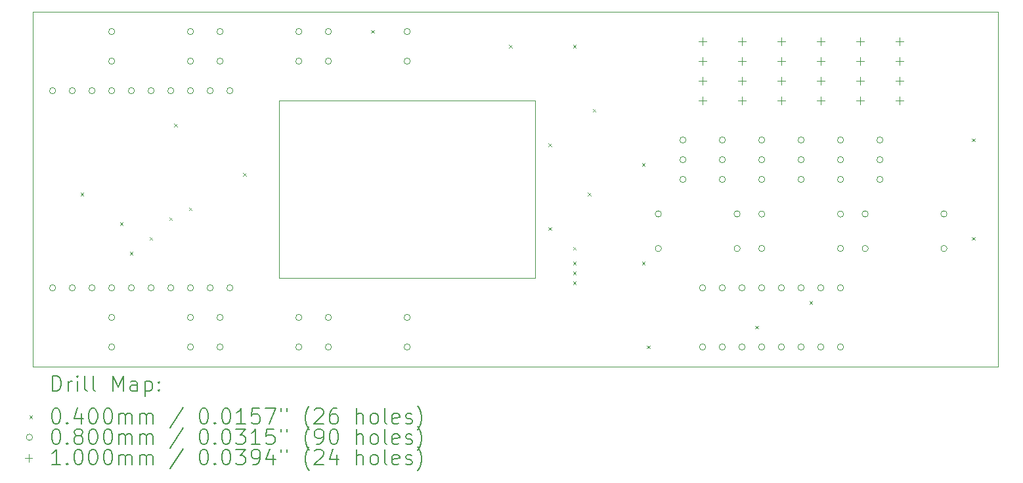
<source format=gbr>
%FSLAX45Y45*%
G04 Gerber Fmt 4.5, Leading zero omitted, Abs format (unit mm)*
G04 Created by KiCad (PCBNEW (6.0.0-0)) date 2023-09-24 20:44:43*
%MOMM*%
%LPD*%
G01*
G04 APERTURE LIST*
%TA.AperFunction,Profile*%
%ADD10C,0.100000*%
%TD*%
%ADD11C,0.200000*%
%ADD12C,0.040000*%
%ADD13C,0.080000*%
%ADD14C,0.100000*%
G04 APERTURE END LIST*
D10*
X8255000Y-2921000D02*
X4953000Y-2921000D01*
X4953000Y-2921000D02*
X4953000Y-5207000D01*
X4953000Y-5207000D02*
X8255000Y-5207000D01*
X8255000Y-5207000D02*
X8255000Y-2921000D01*
X1778000Y-1778000D02*
X14224000Y-1778000D01*
X14224000Y-1778000D02*
X14224000Y-6350000D01*
X14224000Y-6350000D02*
X1778000Y-6350000D01*
X1778000Y-6350000D02*
X1778000Y-1778000D01*
D11*
D12*
X2393000Y-4107500D02*
X2433000Y-4147500D01*
X2433000Y-4107500D02*
X2393000Y-4147500D01*
X2901000Y-4488500D02*
X2941000Y-4528500D01*
X2941000Y-4488500D02*
X2901000Y-4528500D01*
X3028000Y-4869500D02*
X3068000Y-4909500D01*
X3068000Y-4869500D02*
X3028000Y-4909500D01*
X3282000Y-4679000D02*
X3322000Y-4719000D01*
X3322000Y-4679000D02*
X3282000Y-4719000D01*
X3536000Y-4425000D02*
X3576000Y-4465000D01*
X3576000Y-4425000D02*
X3536000Y-4465000D01*
X3599500Y-3218500D02*
X3639500Y-3258500D01*
X3639500Y-3218500D02*
X3599500Y-3258500D01*
X3790000Y-4298000D02*
X3830000Y-4338000D01*
X3830000Y-4298000D02*
X3790000Y-4338000D01*
X4488500Y-3853500D02*
X4528500Y-3893500D01*
X4528500Y-3853500D02*
X4488500Y-3893500D01*
X6139500Y-2012000D02*
X6179500Y-2052000D01*
X6179500Y-2012000D02*
X6139500Y-2052000D01*
X7917500Y-2202500D02*
X7957500Y-2242500D01*
X7957500Y-2202500D02*
X7917500Y-2242500D01*
X8425500Y-3472500D02*
X8465500Y-3512500D01*
X8465500Y-3472500D02*
X8425500Y-3512500D01*
X8425500Y-4552000D02*
X8465500Y-4592000D01*
X8465500Y-4552000D02*
X8425500Y-4592000D01*
X8743000Y-2202500D02*
X8783000Y-2242500D01*
X8783000Y-2202500D02*
X8743000Y-2242500D01*
X8743000Y-4806000D02*
X8783000Y-4846000D01*
X8783000Y-4806000D02*
X8743000Y-4846000D01*
X8743000Y-4996500D02*
X8783000Y-5036500D01*
X8783000Y-4996500D02*
X8743000Y-5036500D01*
X8743000Y-5123500D02*
X8783000Y-5163500D01*
X8783000Y-5123500D02*
X8743000Y-5163500D01*
X8743000Y-5250500D02*
X8783000Y-5290500D01*
X8783000Y-5250500D02*
X8743000Y-5290500D01*
X8933500Y-4107500D02*
X8973500Y-4147500D01*
X8973500Y-4107500D02*
X8933500Y-4147500D01*
X8997000Y-3028000D02*
X9037000Y-3068000D01*
X9037000Y-3028000D02*
X8997000Y-3068000D01*
X9632000Y-3726500D02*
X9672000Y-3766500D01*
X9672000Y-3726500D02*
X9632000Y-3766500D01*
X9632000Y-4996500D02*
X9672000Y-5036500D01*
X9672000Y-4996500D02*
X9632000Y-5036500D01*
X9695500Y-6076000D02*
X9735500Y-6116000D01*
X9735500Y-6076000D02*
X9695500Y-6116000D01*
X11092500Y-5822000D02*
X11132500Y-5862000D01*
X11132500Y-5822000D02*
X11092500Y-5862000D01*
X11791000Y-5504500D02*
X11831000Y-5544500D01*
X11831000Y-5504500D02*
X11791000Y-5544500D01*
X13886500Y-3409000D02*
X13926500Y-3449000D01*
X13926500Y-3409000D02*
X13886500Y-3449000D01*
X13886500Y-4679000D02*
X13926500Y-4719000D01*
X13926500Y-4679000D02*
X13886500Y-4719000D01*
D13*
X2072000Y-2794000D02*
G75*
G03*
X2072000Y-2794000I-40000J0D01*
G01*
X2072000Y-5334000D02*
G75*
G03*
X2072000Y-5334000I-40000J0D01*
G01*
X2326000Y-2794000D02*
G75*
G03*
X2326000Y-2794000I-40000J0D01*
G01*
X2326000Y-5334000D02*
G75*
G03*
X2326000Y-5334000I-40000J0D01*
G01*
X2580000Y-2794000D02*
G75*
G03*
X2580000Y-2794000I-40000J0D01*
G01*
X2580000Y-5334000D02*
G75*
G03*
X2580000Y-5334000I-40000J0D01*
G01*
X2834000Y-2032000D02*
G75*
G03*
X2834000Y-2032000I-40000J0D01*
G01*
X2834000Y-2413000D02*
G75*
G03*
X2834000Y-2413000I-40000J0D01*
G01*
X2834000Y-2794000D02*
G75*
G03*
X2834000Y-2794000I-40000J0D01*
G01*
X2834000Y-5334000D02*
G75*
G03*
X2834000Y-5334000I-40000J0D01*
G01*
X2834000Y-5715000D02*
G75*
G03*
X2834000Y-5715000I-40000J0D01*
G01*
X2834000Y-6096000D02*
G75*
G03*
X2834000Y-6096000I-40000J0D01*
G01*
X3088000Y-2794000D02*
G75*
G03*
X3088000Y-2794000I-40000J0D01*
G01*
X3088000Y-5334000D02*
G75*
G03*
X3088000Y-5334000I-40000J0D01*
G01*
X3342000Y-2794000D02*
G75*
G03*
X3342000Y-2794000I-40000J0D01*
G01*
X3342000Y-5334000D02*
G75*
G03*
X3342000Y-5334000I-40000J0D01*
G01*
X3596000Y-2794000D02*
G75*
G03*
X3596000Y-2794000I-40000J0D01*
G01*
X3596000Y-5334000D02*
G75*
G03*
X3596000Y-5334000I-40000J0D01*
G01*
X3850000Y-2032000D02*
G75*
G03*
X3850000Y-2032000I-40000J0D01*
G01*
X3850000Y-2413000D02*
G75*
G03*
X3850000Y-2413000I-40000J0D01*
G01*
X3850000Y-2794000D02*
G75*
G03*
X3850000Y-2794000I-40000J0D01*
G01*
X3850000Y-5334000D02*
G75*
G03*
X3850000Y-5334000I-40000J0D01*
G01*
X3850000Y-5715000D02*
G75*
G03*
X3850000Y-5715000I-40000J0D01*
G01*
X3850000Y-6096000D02*
G75*
G03*
X3850000Y-6096000I-40000J0D01*
G01*
X4104000Y-2794000D02*
G75*
G03*
X4104000Y-2794000I-40000J0D01*
G01*
X4104000Y-5334000D02*
G75*
G03*
X4104000Y-5334000I-40000J0D01*
G01*
X4231000Y-2032000D02*
G75*
G03*
X4231000Y-2032000I-40000J0D01*
G01*
X4231000Y-2413000D02*
G75*
G03*
X4231000Y-2413000I-40000J0D01*
G01*
X4231000Y-5715000D02*
G75*
G03*
X4231000Y-5715000I-40000J0D01*
G01*
X4231000Y-6096000D02*
G75*
G03*
X4231000Y-6096000I-40000J0D01*
G01*
X4358000Y-2794000D02*
G75*
G03*
X4358000Y-2794000I-40000J0D01*
G01*
X4358000Y-5334000D02*
G75*
G03*
X4358000Y-5334000I-40000J0D01*
G01*
X5247000Y-2032000D02*
G75*
G03*
X5247000Y-2032000I-40000J0D01*
G01*
X5247000Y-2413000D02*
G75*
G03*
X5247000Y-2413000I-40000J0D01*
G01*
X5247000Y-5715000D02*
G75*
G03*
X5247000Y-5715000I-40000J0D01*
G01*
X5247000Y-6096000D02*
G75*
G03*
X5247000Y-6096000I-40000J0D01*
G01*
X5628000Y-2032000D02*
G75*
G03*
X5628000Y-2032000I-40000J0D01*
G01*
X5628000Y-2413000D02*
G75*
G03*
X5628000Y-2413000I-40000J0D01*
G01*
X5628000Y-5715000D02*
G75*
G03*
X5628000Y-5715000I-40000J0D01*
G01*
X5628000Y-6096000D02*
G75*
G03*
X5628000Y-6096000I-40000J0D01*
G01*
X6644000Y-2032000D02*
G75*
G03*
X6644000Y-2032000I-40000J0D01*
G01*
X6644000Y-2413000D02*
G75*
G03*
X6644000Y-2413000I-40000J0D01*
G01*
X6644000Y-5715000D02*
G75*
G03*
X6644000Y-5715000I-40000J0D01*
G01*
X6644000Y-6096000D02*
G75*
G03*
X6644000Y-6096000I-40000J0D01*
G01*
X9882500Y-4381500D02*
G75*
G03*
X9882500Y-4381500I-40000J0D01*
G01*
X9882500Y-4826000D02*
G75*
G03*
X9882500Y-4826000I-40000J0D01*
G01*
X10200000Y-3429000D02*
G75*
G03*
X10200000Y-3429000I-40000J0D01*
G01*
X10200000Y-3683000D02*
G75*
G03*
X10200000Y-3683000I-40000J0D01*
G01*
X10200000Y-3937000D02*
G75*
G03*
X10200000Y-3937000I-40000J0D01*
G01*
X10453000Y-5333000D02*
G75*
G03*
X10453000Y-5333000I-40000J0D01*
G01*
X10453000Y-6095000D02*
G75*
G03*
X10453000Y-6095000I-40000J0D01*
G01*
X10707000Y-5333000D02*
G75*
G03*
X10707000Y-5333000I-40000J0D01*
G01*
X10707000Y-6095000D02*
G75*
G03*
X10707000Y-6095000I-40000J0D01*
G01*
X10708000Y-3429000D02*
G75*
G03*
X10708000Y-3429000I-40000J0D01*
G01*
X10708000Y-3683000D02*
G75*
G03*
X10708000Y-3683000I-40000J0D01*
G01*
X10708000Y-3937000D02*
G75*
G03*
X10708000Y-3937000I-40000J0D01*
G01*
X10898500Y-4381500D02*
G75*
G03*
X10898500Y-4381500I-40000J0D01*
G01*
X10898500Y-4826000D02*
G75*
G03*
X10898500Y-4826000I-40000J0D01*
G01*
X10961000Y-5333000D02*
G75*
G03*
X10961000Y-5333000I-40000J0D01*
G01*
X10961000Y-6095000D02*
G75*
G03*
X10961000Y-6095000I-40000J0D01*
G01*
X11215000Y-5333000D02*
G75*
G03*
X11215000Y-5333000I-40000J0D01*
G01*
X11215000Y-6095000D02*
G75*
G03*
X11215000Y-6095000I-40000J0D01*
G01*
X11216000Y-3429000D02*
G75*
G03*
X11216000Y-3429000I-40000J0D01*
G01*
X11216000Y-3683000D02*
G75*
G03*
X11216000Y-3683000I-40000J0D01*
G01*
X11216000Y-3937000D02*
G75*
G03*
X11216000Y-3937000I-40000J0D01*
G01*
X11216000Y-4381500D02*
G75*
G03*
X11216000Y-4381500I-40000J0D01*
G01*
X11216000Y-4826000D02*
G75*
G03*
X11216000Y-4826000I-40000J0D01*
G01*
X11469000Y-5333000D02*
G75*
G03*
X11469000Y-5333000I-40000J0D01*
G01*
X11469000Y-6095000D02*
G75*
G03*
X11469000Y-6095000I-40000J0D01*
G01*
X11723000Y-5333000D02*
G75*
G03*
X11723000Y-5333000I-40000J0D01*
G01*
X11723000Y-6095000D02*
G75*
G03*
X11723000Y-6095000I-40000J0D01*
G01*
X11724000Y-3429000D02*
G75*
G03*
X11724000Y-3429000I-40000J0D01*
G01*
X11724000Y-3683000D02*
G75*
G03*
X11724000Y-3683000I-40000J0D01*
G01*
X11724000Y-3937000D02*
G75*
G03*
X11724000Y-3937000I-40000J0D01*
G01*
X11977000Y-5333000D02*
G75*
G03*
X11977000Y-5333000I-40000J0D01*
G01*
X11977000Y-6095000D02*
G75*
G03*
X11977000Y-6095000I-40000J0D01*
G01*
X12231000Y-5333000D02*
G75*
G03*
X12231000Y-5333000I-40000J0D01*
G01*
X12231000Y-6095000D02*
G75*
G03*
X12231000Y-6095000I-40000J0D01*
G01*
X12232000Y-3429000D02*
G75*
G03*
X12232000Y-3429000I-40000J0D01*
G01*
X12232000Y-3683000D02*
G75*
G03*
X12232000Y-3683000I-40000J0D01*
G01*
X12232000Y-3937000D02*
G75*
G03*
X12232000Y-3937000I-40000J0D01*
G01*
X12232000Y-4381500D02*
G75*
G03*
X12232000Y-4381500I-40000J0D01*
G01*
X12232000Y-4826000D02*
G75*
G03*
X12232000Y-4826000I-40000J0D01*
G01*
X12549500Y-4381500D02*
G75*
G03*
X12549500Y-4381500I-40000J0D01*
G01*
X12549500Y-4826000D02*
G75*
G03*
X12549500Y-4826000I-40000J0D01*
G01*
X12740000Y-3429000D02*
G75*
G03*
X12740000Y-3429000I-40000J0D01*
G01*
X12740000Y-3683000D02*
G75*
G03*
X12740000Y-3683000I-40000J0D01*
G01*
X12740000Y-3937000D02*
G75*
G03*
X12740000Y-3937000I-40000J0D01*
G01*
X13565500Y-4381500D02*
G75*
G03*
X13565500Y-4381500I-40000J0D01*
G01*
X13565500Y-4826000D02*
G75*
G03*
X13565500Y-4826000I-40000J0D01*
G01*
D14*
X10414000Y-2110000D02*
X10414000Y-2210000D01*
X10364000Y-2160000D02*
X10464000Y-2160000D01*
X10414000Y-2364000D02*
X10414000Y-2464000D01*
X10364000Y-2414000D02*
X10464000Y-2414000D01*
X10414000Y-2618000D02*
X10414000Y-2718000D01*
X10364000Y-2668000D02*
X10464000Y-2668000D01*
X10414000Y-2872000D02*
X10414000Y-2972000D01*
X10364000Y-2922000D02*
X10464000Y-2922000D01*
X10922000Y-2110000D02*
X10922000Y-2210000D01*
X10872000Y-2160000D02*
X10972000Y-2160000D01*
X10922000Y-2364000D02*
X10922000Y-2464000D01*
X10872000Y-2414000D02*
X10972000Y-2414000D01*
X10922000Y-2618000D02*
X10922000Y-2718000D01*
X10872000Y-2668000D02*
X10972000Y-2668000D01*
X10922000Y-2872000D02*
X10922000Y-2972000D01*
X10872000Y-2922000D02*
X10972000Y-2922000D01*
X11430000Y-2110000D02*
X11430000Y-2210000D01*
X11380000Y-2160000D02*
X11480000Y-2160000D01*
X11430000Y-2364000D02*
X11430000Y-2464000D01*
X11380000Y-2414000D02*
X11480000Y-2414000D01*
X11430000Y-2618000D02*
X11430000Y-2718000D01*
X11380000Y-2668000D02*
X11480000Y-2668000D01*
X11430000Y-2872000D02*
X11430000Y-2972000D01*
X11380000Y-2922000D02*
X11480000Y-2922000D01*
X11938000Y-2110000D02*
X11938000Y-2210000D01*
X11888000Y-2160000D02*
X11988000Y-2160000D01*
X11938000Y-2364000D02*
X11938000Y-2464000D01*
X11888000Y-2414000D02*
X11988000Y-2414000D01*
X11938000Y-2618000D02*
X11938000Y-2718000D01*
X11888000Y-2668000D02*
X11988000Y-2668000D01*
X11938000Y-2872000D02*
X11938000Y-2972000D01*
X11888000Y-2922000D02*
X11988000Y-2922000D01*
X12446000Y-2110000D02*
X12446000Y-2210000D01*
X12396000Y-2160000D02*
X12496000Y-2160000D01*
X12446000Y-2364000D02*
X12446000Y-2464000D01*
X12396000Y-2414000D02*
X12496000Y-2414000D01*
X12446000Y-2618000D02*
X12446000Y-2718000D01*
X12396000Y-2668000D02*
X12496000Y-2668000D01*
X12446000Y-2872000D02*
X12446000Y-2972000D01*
X12396000Y-2922000D02*
X12496000Y-2922000D01*
X12954000Y-2110000D02*
X12954000Y-2210000D01*
X12904000Y-2160000D02*
X13004000Y-2160000D01*
X12954000Y-2364000D02*
X12954000Y-2464000D01*
X12904000Y-2414000D02*
X13004000Y-2414000D01*
X12954000Y-2618000D02*
X12954000Y-2718000D01*
X12904000Y-2668000D02*
X13004000Y-2668000D01*
X12954000Y-2872000D02*
X12954000Y-2972000D01*
X12904000Y-2922000D02*
X13004000Y-2922000D01*
D11*
X2030619Y-6665476D02*
X2030619Y-6465476D01*
X2078238Y-6465476D01*
X2106810Y-6475000D01*
X2125857Y-6494048D01*
X2135381Y-6513095D01*
X2144905Y-6551190D01*
X2144905Y-6579762D01*
X2135381Y-6617857D01*
X2125857Y-6636905D01*
X2106810Y-6655952D01*
X2078238Y-6665476D01*
X2030619Y-6665476D01*
X2230619Y-6665476D02*
X2230619Y-6532143D01*
X2230619Y-6570238D02*
X2240143Y-6551190D01*
X2249667Y-6541667D01*
X2268714Y-6532143D01*
X2287762Y-6532143D01*
X2354429Y-6665476D02*
X2354429Y-6532143D01*
X2354429Y-6465476D02*
X2344905Y-6475000D01*
X2354429Y-6484524D01*
X2363952Y-6475000D01*
X2354429Y-6465476D01*
X2354429Y-6484524D01*
X2478238Y-6665476D02*
X2459190Y-6655952D01*
X2449667Y-6636905D01*
X2449667Y-6465476D01*
X2583000Y-6665476D02*
X2563952Y-6655952D01*
X2554429Y-6636905D01*
X2554429Y-6465476D01*
X2811571Y-6665476D02*
X2811571Y-6465476D01*
X2878238Y-6608333D01*
X2944905Y-6465476D01*
X2944905Y-6665476D01*
X3125857Y-6665476D02*
X3125857Y-6560714D01*
X3116333Y-6541667D01*
X3097286Y-6532143D01*
X3059190Y-6532143D01*
X3040143Y-6541667D01*
X3125857Y-6655952D02*
X3106809Y-6665476D01*
X3059190Y-6665476D01*
X3040143Y-6655952D01*
X3030619Y-6636905D01*
X3030619Y-6617857D01*
X3040143Y-6598809D01*
X3059190Y-6589286D01*
X3106809Y-6589286D01*
X3125857Y-6579762D01*
X3221095Y-6532143D02*
X3221095Y-6732143D01*
X3221095Y-6541667D02*
X3240143Y-6532143D01*
X3278238Y-6532143D01*
X3297286Y-6541667D01*
X3306809Y-6551190D01*
X3316333Y-6570238D01*
X3316333Y-6627381D01*
X3306809Y-6646428D01*
X3297286Y-6655952D01*
X3278238Y-6665476D01*
X3240143Y-6665476D01*
X3221095Y-6655952D01*
X3402048Y-6646428D02*
X3411571Y-6655952D01*
X3402048Y-6665476D01*
X3392524Y-6655952D01*
X3402048Y-6646428D01*
X3402048Y-6665476D01*
X3402048Y-6541667D02*
X3411571Y-6551190D01*
X3402048Y-6560714D01*
X3392524Y-6551190D01*
X3402048Y-6541667D01*
X3402048Y-6560714D01*
D12*
X1733000Y-6975000D02*
X1773000Y-7015000D01*
X1773000Y-6975000D02*
X1733000Y-7015000D01*
D11*
X2068714Y-6885476D02*
X2087762Y-6885476D01*
X2106810Y-6895000D01*
X2116333Y-6904524D01*
X2125857Y-6923571D01*
X2135381Y-6961667D01*
X2135381Y-7009286D01*
X2125857Y-7047381D01*
X2116333Y-7066428D01*
X2106810Y-7075952D01*
X2087762Y-7085476D01*
X2068714Y-7085476D01*
X2049667Y-7075952D01*
X2040143Y-7066428D01*
X2030619Y-7047381D01*
X2021095Y-7009286D01*
X2021095Y-6961667D01*
X2030619Y-6923571D01*
X2040143Y-6904524D01*
X2049667Y-6895000D01*
X2068714Y-6885476D01*
X2221095Y-7066428D02*
X2230619Y-7075952D01*
X2221095Y-7085476D01*
X2211571Y-7075952D01*
X2221095Y-7066428D01*
X2221095Y-7085476D01*
X2402048Y-6952143D02*
X2402048Y-7085476D01*
X2354429Y-6875952D02*
X2306810Y-7018809D01*
X2430619Y-7018809D01*
X2544905Y-6885476D02*
X2563952Y-6885476D01*
X2583000Y-6895000D01*
X2592524Y-6904524D01*
X2602048Y-6923571D01*
X2611571Y-6961667D01*
X2611571Y-7009286D01*
X2602048Y-7047381D01*
X2592524Y-7066428D01*
X2583000Y-7075952D01*
X2563952Y-7085476D01*
X2544905Y-7085476D01*
X2525857Y-7075952D01*
X2516333Y-7066428D01*
X2506810Y-7047381D01*
X2497286Y-7009286D01*
X2497286Y-6961667D01*
X2506810Y-6923571D01*
X2516333Y-6904524D01*
X2525857Y-6895000D01*
X2544905Y-6885476D01*
X2735381Y-6885476D02*
X2754429Y-6885476D01*
X2773476Y-6895000D01*
X2783000Y-6904524D01*
X2792524Y-6923571D01*
X2802048Y-6961667D01*
X2802048Y-7009286D01*
X2792524Y-7047381D01*
X2783000Y-7066428D01*
X2773476Y-7075952D01*
X2754429Y-7085476D01*
X2735381Y-7085476D01*
X2716333Y-7075952D01*
X2706810Y-7066428D01*
X2697286Y-7047381D01*
X2687762Y-7009286D01*
X2687762Y-6961667D01*
X2697286Y-6923571D01*
X2706810Y-6904524D01*
X2716333Y-6895000D01*
X2735381Y-6885476D01*
X2887762Y-7085476D02*
X2887762Y-6952143D01*
X2887762Y-6971190D02*
X2897286Y-6961667D01*
X2916333Y-6952143D01*
X2944905Y-6952143D01*
X2963952Y-6961667D01*
X2973476Y-6980714D01*
X2973476Y-7085476D01*
X2973476Y-6980714D02*
X2983000Y-6961667D01*
X3002048Y-6952143D01*
X3030619Y-6952143D01*
X3049667Y-6961667D01*
X3059190Y-6980714D01*
X3059190Y-7085476D01*
X3154428Y-7085476D02*
X3154428Y-6952143D01*
X3154428Y-6971190D02*
X3163952Y-6961667D01*
X3183000Y-6952143D01*
X3211571Y-6952143D01*
X3230619Y-6961667D01*
X3240143Y-6980714D01*
X3240143Y-7085476D01*
X3240143Y-6980714D02*
X3249667Y-6961667D01*
X3268714Y-6952143D01*
X3297286Y-6952143D01*
X3316333Y-6961667D01*
X3325857Y-6980714D01*
X3325857Y-7085476D01*
X3716333Y-6875952D02*
X3544905Y-7133095D01*
X3973476Y-6885476D02*
X3992524Y-6885476D01*
X4011571Y-6895000D01*
X4021095Y-6904524D01*
X4030619Y-6923571D01*
X4040143Y-6961667D01*
X4040143Y-7009286D01*
X4030619Y-7047381D01*
X4021095Y-7066428D01*
X4011571Y-7075952D01*
X3992524Y-7085476D01*
X3973476Y-7085476D01*
X3954428Y-7075952D01*
X3944905Y-7066428D01*
X3935381Y-7047381D01*
X3925857Y-7009286D01*
X3925857Y-6961667D01*
X3935381Y-6923571D01*
X3944905Y-6904524D01*
X3954428Y-6895000D01*
X3973476Y-6885476D01*
X4125857Y-7066428D02*
X4135381Y-7075952D01*
X4125857Y-7085476D01*
X4116333Y-7075952D01*
X4125857Y-7066428D01*
X4125857Y-7085476D01*
X4259190Y-6885476D02*
X4278238Y-6885476D01*
X4297286Y-6895000D01*
X4306810Y-6904524D01*
X4316333Y-6923571D01*
X4325857Y-6961667D01*
X4325857Y-7009286D01*
X4316333Y-7047381D01*
X4306810Y-7066428D01*
X4297286Y-7075952D01*
X4278238Y-7085476D01*
X4259190Y-7085476D01*
X4240143Y-7075952D01*
X4230619Y-7066428D01*
X4221095Y-7047381D01*
X4211571Y-7009286D01*
X4211571Y-6961667D01*
X4221095Y-6923571D01*
X4230619Y-6904524D01*
X4240143Y-6895000D01*
X4259190Y-6885476D01*
X4516333Y-7085476D02*
X4402048Y-7085476D01*
X4459190Y-7085476D02*
X4459190Y-6885476D01*
X4440143Y-6914048D01*
X4421095Y-6933095D01*
X4402048Y-6942619D01*
X4697286Y-6885476D02*
X4602048Y-6885476D01*
X4592524Y-6980714D01*
X4602048Y-6971190D01*
X4621095Y-6961667D01*
X4668714Y-6961667D01*
X4687762Y-6971190D01*
X4697286Y-6980714D01*
X4706810Y-6999762D01*
X4706810Y-7047381D01*
X4697286Y-7066428D01*
X4687762Y-7075952D01*
X4668714Y-7085476D01*
X4621095Y-7085476D01*
X4602048Y-7075952D01*
X4592524Y-7066428D01*
X4773476Y-6885476D02*
X4906810Y-6885476D01*
X4821095Y-7085476D01*
X4973476Y-6885476D02*
X4973476Y-6923571D01*
X5049667Y-6885476D02*
X5049667Y-6923571D01*
X5344905Y-7161667D02*
X5335381Y-7152143D01*
X5316333Y-7123571D01*
X5306810Y-7104524D01*
X5297286Y-7075952D01*
X5287762Y-7028333D01*
X5287762Y-6990238D01*
X5297286Y-6942619D01*
X5306810Y-6914048D01*
X5316333Y-6895000D01*
X5335381Y-6866428D01*
X5344905Y-6856905D01*
X5411571Y-6904524D02*
X5421095Y-6895000D01*
X5440143Y-6885476D01*
X5487762Y-6885476D01*
X5506810Y-6895000D01*
X5516333Y-6904524D01*
X5525857Y-6923571D01*
X5525857Y-6942619D01*
X5516333Y-6971190D01*
X5402048Y-7085476D01*
X5525857Y-7085476D01*
X5697286Y-6885476D02*
X5659190Y-6885476D01*
X5640143Y-6895000D01*
X5630619Y-6904524D01*
X5611571Y-6933095D01*
X5602048Y-6971190D01*
X5602048Y-7047381D01*
X5611571Y-7066428D01*
X5621095Y-7075952D01*
X5640143Y-7085476D01*
X5678238Y-7085476D01*
X5697286Y-7075952D01*
X5706809Y-7066428D01*
X5716333Y-7047381D01*
X5716333Y-6999762D01*
X5706809Y-6980714D01*
X5697286Y-6971190D01*
X5678238Y-6961667D01*
X5640143Y-6961667D01*
X5621095Y-6971190D01*
X5611571Y-6980714D01*
X5602048Y-6999762D01*
X5954428Y-7085476D02*
X5954428Y-6885476D01*
X6040143Y-7085476D02*
X6040143Y-6980714D01*
X6030619Y-6961667D01*
X6011571Y-6952143D01*
X5983000Y-6952143D01*
X5963952Y-6961667D01*
X5954428Y-6971190D01*
X6163952Y-7085476D02*
X6144905Y-7075952D01*
X6135381Y-7066428D01*
X6125857Y-7047381D01*
X6125857Y-6990238D01*
X6135381Y-6971190D01*
X6144905Y-6961667D01*
X6163952Y-6952143D01*
X6192524Y-6952143D01*
X6211571Y-6961667D01*
X6221095Y-6971190D01*
X6230619Y-6990238D01*
X6230619Y-7047381D01*
X6221095Y-7066428D01*
X6211571Y-7075952D01*
X6192524Y-7085476D01*
X6163952Y-7085476D01*
X6344905Y-7085476D02*
X6325857Y-7075952D01*
X6316333Y-7056905D01*
X6316333Y-6885476D01*
X6497286Y-7075952D02*
X6478238Y-7085476D01*
X6440143Y-7085476D01*
X6421095Y-7075952D01*
X6411571Y-7056905D01*
X6411571Y-6980714D01*
X6421095Y-6961667D01*
X6440143Y-6952143D01*
X6478238Y-6952143D01*
X6497286Y-6961667D01*
X6506809Y-6980714D01*
X6506809Y-6999762D01*
X6411571Y-7018809D01*
X6583000Y-7075952D02*
X6602048Y-7085476D01*
X6640143Y-7085476D01*
X6659190Y-7075952D01*
X6668714Y-7056905D01*
X6668714Y-7047381D01*
X6659190Y-7028333D01*
X6640143Y-7018809D01*
X6611571Y-7018809D01*
X6592524Y-7009286D01*
X6583000Y-6990238D01*
X6583000Y-6980714D01*
X6592524Y-6961667D01*
X6611571Y-6952143D01*
X6640143Y-6952143D01*
X6659190Y-6961667D01*
X6735381Y-7161667D02*
X6744905Y-7152143D01*
X6763952Y-7123571D01*
X6773476Y-7104524D01*
X6783000Y-7075952D01*
X6792524Y-7028333D01*
X6792524Y-6990238D01*
X6783000Y-6942619D01*
X6773476Y-6914048D01*
X6763952Y-6895000D01*
X6744905Y-6866428D01*
X6735381Y-6856905D01*
D13*
X1773000Y-7259000D02*
G75*
G03*
X1773000Y-7259000I-40000J0D01*
G01*
D11*
X2068714Y-7149476D02*
X2087762Y-7149476D01*
X2106810Y-7159000D01*
X2116333Y-7168524D01*
X2125857Y-7187571D01*
X2135381Y-7225667D01*
X2135381Y-7273286D01*
X2125857Y-7311381D01*
X2116333Y-7330428D01*
X2106810Y-7339952D01*
X2087762Y-7349476D01*
X2068714Y-7349476D01*
X2049667Y-7339952D01*
X2040143Y-7330428D01*
X2030619Y-7311381D01*
X2021095Y-7273286D01*
X2021095Y-7225667D01*
X2030619Y-7187571D01*
X2040143Y-7168524D01*
X2049667Y-7159000D01*
X2068714Y-7149476D01*
X2221095Y-7330428D02*
X2230619Y-7339952D01*
X2221095Y-7349476D01*
X2211571Y-7339952D01*
X2221095Y-7330428D01*
X2221095Y-7349476D01*
X2344905Y-7235190D02*
X2325857Y-7225667D01*
X2316333Y-7216143D01*
X2306810Y-7197095D01*
X2306810Y-7187571D01*
X2316333Y-7168524D01*
X2325857Y-7159000D01*
X2344905Y-7149476D01*
X2383000Y-7149476D01*
X2402048Y-7159000D01*
X2411571Y-7168524D01*
X2421095Y-7187571D01*
X2421095Y-7197095D01*
X2411571Y-7216143D01*
X2402048Y-7225667D01*
X2383000Y-7235190D01*
X2344905Y-7235190D01*
X2325857Y-7244714D01*
X2316333Y-7254238D01*
X2306810Y-7273286D01*
X2306810Y-7311381D01*
X2316333Y-7330428D01*
X2325857Y-7339952D01*
X2344905Y-7349476D01*
X2383000Y-7349476D01*
X2402048Y-7339952D01*
X2411571Y-7330428D01*
X2421095Y-7311381D01*
X2421095Y-7273286D01*
X2411571Y-7254238D01*
X2402048Y-7244714D01*
X2383000Y-7235190D01*
X2544905Y-7149476D02*
X2563952Y-7149476D01*
X2583000Y-7159000D01*
X2592524Y-7168524D01*
X2602048Y-7187571D01*
X2611571Y-7225667D01*
X2611571Y-7273286D01*
X2602048Y-7311381D01*
X2592524Y-7330428D01*
X2583000Y-7339952D01*
X2563952Y-7349476D01*
X2544905Y-7349476D01*
X2525857Y-7339952D01*
X2516333Y-7330428D01*
X2506810Y-7311381D01*
X2497286Y-7273286D01*
X2497286Y-7225667D01*
X2506810Y-7187571D01*
X2516333Y-7168524D01*
X2525857Y-7159000D01*
X2544905Y-7149476D01*
X2735381Y-7149476D02*
X2754429Y-7149476D01*
X2773476Y-7159000D01*
X2783000Y-7168524D01*
X2792524Y-7187571D01*
X2802048Y-7225667D01*
X2802048Y-7273286D01*
X2792524Y-7311381D01*
X2783000Y-7330428D01*
X2773476Y-7339952D01*
X2754429Y-7349476D01*
X2735381Y-7349476D01*
X2716333Y-7339952D01*
X2706810Y-7330428D01*
X2697286Y-7311381D01*
X2687762Y-7273286D01*
X2687762Y-7225667D01*
X2697286Y-7187571D01*
X2706810Y-7168524D01*
X2716333Y-7159000D01*
X2735381Y-7149476D01*
X2887762Y-7349476D02*
X2887762Y-7216143D01*
X2887762Y-7235190D02*
X2897286Y-7225667D01*
X2916333Y-7216143D01*
X2944905Y-7216143D01*
X2963952Y-7225667D01*
X2973476Y-7244714D01*
X2973476Y-7349476D01*
X2973476Y-7244714D02*
X2983000Y-7225667D01*
X3002048Y-7216143D01*
X3030619Y-7216143D01*
X3049667Y-7225667D01*
X3059190Y-7244714D01*
X3059190Y-7349476D01*
X3154428Y-7349476D02*
X3154428Y-7216143D01*
X3154428Y-7235190D02*
X3163952Y-7225667D01*
X3183000Y-7216143D01*
X3211571Y-7216143D01*
X3230619Y-7225667D01*
X3240143Y-7244714D01*
X3240143Y-7349476D01*
X3240143Y-7244714D02*
X3249667Y-7225667D01*
X3268714Y-7216143D01*
X3297286Y-7216143D01*
X3316333Y-7225667D01*
X3325857Y-7244714D01*
X3325857Y-7349476D01*
X3716333Y-7139952D02*
X3544905Y-7397095D01*
X3973476Y-7149476D02*
X3992524Y-7149476D01*
X4011571Y-7159000D01*
X4021095Y-7168524D01*
X4030619Y-7187571D01*
X4040143Y-7225667D01*
X4040143Y-7273286D01*
X4030619Y-7311381D01*
X4021095Y-7330428D01*
X4011571Y-7339952D01*
X3992524Y-7349476D01*
X3973476Y-7349476D01*
X3954428Y-7339952D01*
X3944905Y-7330428D01*
X3935381Y-7311381D01*
X3925857Y-7273286D01*
X3925857Y-7225667D01*
X3935381Y-7187571D01*
X3944905Y-7168524D01*
X3954428Y-7159000D01*
X3973476Y-7149476D01*
X4125857Y-7330428D02*
X4135381Y-7339952D01*
X4125857Y-7349476D01*
X4116333Y-7339952D01*
X4125857Y-7330428D01*
X4125857Y-7349476D01*
X4259190Y-7149476D02*
X4278238Y-7149476D01*
X4297286Y-7159000D01*
X4306810Y-7168524D01*
X4316333Y-7187571D01*
X4325857Y-7225667D01*
X4325857Y-7273286D01*
X4316333Y-7311381D01*
X4306810Y-7330428D01*
X4297286Y-7339952D01*
X4278238Y-7349476D01*
X4259190Y-7349476D01*
X4240143Y-7339952D01*
X4230619Y-7330428D01*
X4221095Y-7311381D01*
X4211571Y-7273286D01*
X4211571Y-7225667D01*
X4221095Y-7187571D01*
X4230619Y-7168524D01*
X4240143Y-7159000D01*
X4259190Y-7149476D01*
X4392524Y-7149476D02*
X4516333Y-7149476D01*
X4449667Y-7225667D01*
X4478238Y-7225667D01*
X4497286Y-7235190D01*
X4506810Y-7244714D01*
X4516333Y-7263762D01*
X4516333Y-7311381D01*
X4506810Y-7330428D01*
X4497286Y-7339952D01*
X4478238Y-7349476D01*
X4421095Y-7349476D01*
X4402048Y-7339952D01*
X4392524Y-7330428D01*
X4706810Y-7349476D02*
X4592524Y-7349476D01*
X4649667Y-7349476D02*
X4649667Y-7149476D01*
X4630619Y-7178048D01*
X4611571Y-7197095D01*
X4592524Y-7206619D01*
X4887762Y-7149476D02*
X4792524Y-7149476D01*
X4783000Y-7244714D01*
X4792524Y-7235190D01*
X4811571Y-7225667D01*
X4859190Y-7225667D01*
X4878238Y-7235190D01*
X4887762Y-7244714D01*
X4897286Y-7263762D01*
X4897286Y-7311381D01*
X4887762Y-7330428D01*
X4878238Y-7339952D01*
X4859190Y-7349476D01*
X4811571Y-7349476D01*
X4792524Y-7339952D01*
X4783000Y-7330428D01*
X4973476Y-7149476D02*
X4973476Y-7187571D01*
X5049667Y-7149476D02*
X5049667Y-7187571D01*
X5344905Y-7425667D02*
X5335381Y-7416143D01*
X5316333Y-7387571D01*
X5306810Y-7368524D01*
X5297286Y-7339952D01*
X5287762Y-7292333D01*
X5287762Y-7254238D01*
X5297286Y-7206619D01*
X5306810Y-7178048D01*
X5316333Y-7159000D01*
X5335381Y-7130428D01*
X5344905Y-7120905D01*
X5430619Y-7349476D02*
X5468714Y-7349476D01*
X5487762Y-7339952D01*
X5497286Y-7330428D01*
X5516333Y-7301857D01*
X5525857Y-7263762D01*
X5525857Y-7187571D01*
X5516333Y-7168524D01*
X5506810Y-7159000D01*
X5487762Y-7149476D01*
X5449667Y-7149476D01*
X5430619Y-7159000D01*
X5421095Y-7168524D01*
X5411571Y-7187571D01*
X5411571Y-7235190D01*
X5421095Y-7254238D01*
X5430619Y-7263762D01*
X5449667Y-7273286D01*
X5487762Y-7273286D01*
X5506810Y-7263762D01*
X5516333Y-7254238D01*
X5525857Y-7235190D01*
X5649667Y-7149476D02*
X5668714Y-7149476D01*
X5687762Y-7159000D01*
X5697286Y-7168524D01*
X5706809Y-7187571D01*
X5716333Y-7225667D01*
X5716333Y-7273286D01*
X5706809Y-7311381D01*
X5697286Y-7330428D01*
X5687762Y-7339952D01*
X5668714Y-7349476D01*
X5649667Y-7349476D01*
X5630619Y-7339952D01*
X5621095Y-7330428D01*
X5611571Y-7311381D01*
X5602048Y-7273286D01*
X5602048Y-7225667D01*
X5611571Y-7187571D01*
X5621095Y-7168524D01*
X5630619Y-7159000D01*
X5649667Y-7149476D01*
X5954428Y-7349476D02*
X5954428Y-7149476D01*
X6040143Y-7349476D02*
X6040143Y-7244714D01*
X6030619Y-7225667D01*
X6011571Y-7216143D01*
X5983000Y-7216143D01*
X5963952Y-7225667D01*
X5954428Y-7235190D01*
X6163952Y-7349476D02*
X6144905Y-7339952D01*
X6135381Y-7330428D01*
X6125857Y-7311381D01*
X6125857Y-7254238D01*
X6135381Y-7235190D01*
X6144905Y-7225667D01*
X6163952Y-7216143D01*
X6192524Y-7216143D01*
X6211571Y-7225667D01*
X6221095Y-7235190D01*
X6230619Y-7254238D01*
X6230619Y-7311381D01*
X6221095Y-7330428D01*
X6211571Y-7339952D01*
X6192524Y-7349476D01*
X6163952Y-7349476D01*
X6344905Y-7349476D02*
X6325857Y-7339952D01*
X6316333Y-7320905D01*
X6316333Y-7149476D01*
X6497286Y-7339952D02*
X6478238Y-7349476D01*
X6440143Y-7349476D01*
X6421095Y-7339952D01*
X6411571Y-7320905D01*
X6411571Y-7244714D01*
X6421095Y-7225667D01*
X6440143Y-7216143D01*
X6478238Y-7216143D01*
X6497286Y-7225667D01*
X6506809Y-7244714D01*
X6506809Y-7263762D01*
X6411571Y-7282809D01*
X6583000Y-7339952D02*
X6602048Y-7349476D01*
X6640143Y-7349476D01*
X6659190Y-7339952D01*
X6668714Y-7320905D01*
X6668714Y-7311381D01*
X6659190Y-7292333D01*
X6640143Y-7282809D01*
X6611571Y-7282809D01*
X6592524Y-7273286D01*
X6583000Y-7254238D01*
X6583000Y-7244714D01*
X6592524Y-7225667D01*
X6611571Y-7216143D01*
X6640143Y-7216143D01*
X6659190Y-7225667D01*
X6735381Y-7425667D02*
X6744905Y-7416143D01*
X6763952Y-7387571D01*
X6773476Y-7368524D01*
X6783000Y-7339952D01*
X6792524Y-7292333D01*
X6792524Y-7254238D01*
X6783000Y-7206619D01*
X6773476Y-7178048D01*
X6763952Y-7159000D01*
X6744905Y-7130428D01*
X6735381Y-7120905D01*
D14*
X1723000Y-7473000D02*
X1723000Y-7573000D01*
X1673000Y-7523000D02*
X1773000Y-7523000D01*
D11*
X2135381Y-7613476D02*
X2021095Y-7613476D01*
X2078238Y-7613476D02*
X2078238Y-7413476D01*
X2059190Y-7442048D01*
X2040143Y-7461095D01*
X2021095Y-7470619D01*
X2221095Y-7594428D02*
X2230619Y-7603952D01*
X2221095Y-7613476D01*
X2211571Y-7603952D01*
X2221095Y-7594428D01*
X2221095Y-7613476D01*
X2354429Y-7413476D02*
X2373476Y-7413476D01*
X2392524Y-7423000D01*
X2402048Y-7432524D01*
X2411571Y-7451571D01*
X2421095Y-7489667D01*
X2421095Y-7537286D01*
X2411571Y-7575381D01*
X2402048Y-7594428D01*
X2392524Y-7603952D01*
X2373476Y-7613476D01*
X2354429Y-7613476D01*
X2335381Y-7603952D01*
X2325857Y-7594428D01*
X2316333Y-7575381D01*
X2306810Y-7537286D01*
X2306810Y-7489667D01*
X2316333Y-7451571D01*
X2325857Y-7432524D01*
X2335381Y-7423000D01*
X2354429Y-7413476D01*
X2544905Y-7413476D02*
X2563952Y-7413476D01*
X2583000Y-7423000D01*
X2592524Y-7432524D01*
X2602048Y-7451571D01*
X2611571Y-7489667D01*
X2611571Y-7537286D01*
X2602048Y-7575381D01*
X2592524Y-7594428D01*
X2583000Y-7603952D01*
X2563952Y-7613476D01*
X2544905Y-7613476D01*
X2525857Y-7603952D01*
X2516333Y-7594428D01*
X2506810Y-7575381D01*
X2497286Y-7537286D01*
X2497286Y-7489667D01*
X2506810Y-7451571D01*
X2516333Y-7432524D01*
X2525857Y-7423000D01*
X2544905Y-7413476D01*
X2735381Y-7413476D02*
X2754429Y-7413476D01*
X2773476Y-7423000D01*
X2783000Y-7432524D01*
X2792524Y-7451571D01*
X2802048Y-7489667D01*
X2802048Y-7537286D01*
X2792524Y-7575381D01*
X2783000Y-7594428D01*
X2773476Y-7603952D01*
X2754429Y-7613476D01*
X2735381Y-7613476D01*
X2716333Y-7603952D01*
X2706810Y-7594428D01*
X2697286Y-7575381D01*
X2687762Y-7537286D01*
X2687762Y-7489667D01*
X2697286Y-7451571D01*
X2706810Y-7432524D01*
X2716333Y-7423000D01*
X2735381Y-7413476D01*
X2887762Y-7613476D02*
X2887762Y-7480143D01*
X2887762Y-7499190D02*
X2897286Y-7489667D01*
X2916333Y-7480143D01*
X2944905Y-7480143D01*
X2963952Y-7489667D01*
X2973476Y-7508714D01*
X2973476Y-7613476D01*
X2973476Y-7508714D02*
X2983000Y-7489667D01*
X3002048Y-7480143D01*
X3030619Y-7480143D01*
X3049667Y-7489667D01*
X3059190Y-7508714D01*
X3059190Y-7613476D01*
X3154428Y-7613476D02*
X3154428Y-7480143D01*
X3154428Y-7499190D02*
X3163952Y-7489667D01*
X3183000Y-7480143D01*
X3211571Y-7480143D01*
X3230619Y-7489667D01*
X3240143Y-7508714D01*
X3240143Y-7613476D01*
X3240143Y-7508714D02*
X3249667Y-7489667D01*
X3268714Y-7480143D01*
X3297286Y-7480143D01*
X3316333Y-7489667D01*
X3325857Y-7508714D01*
X3325857Y-7613476D01*
X3716333Y-7403952D02*
X3544905Y-7661095D01*
X3973476Y-7413476D02*
X3992524Y-7413476D01*
X4011571Y-7423000D01*
X4021095Y-7432524D01*
X4030619Y-7451571D01*
X4040143Y-7489667D01*
X4040143Y-7537286D01*
X4030619Y-7575381D01*
X4021095Y-7594428D01*
X4011571Y-7603952D01*
X3992524Y-7613476D01*
X3973476Y-7613476D01*
X3954428Y-7603952D01*
X3944905Y-7594428D01*
X3935381Y-7575381D01*
X3925857Y-7537286D01*
X3925857Y-7489667D01*
X3935381Y-7451571D01*
X3944905Y-7432524D01*
X3954428Y-7423000D01*
X3973476Y-7413476D01*
X4125857Y-7594428D02*
X4135381Y-7603952D01*
X4125857Y-7613476D01*
X4116333Y-7603952D01*
X4125857Y-7594428D01*
X4125857Y-7613476D01*
X4259190Y-7413476D02*
X4278238Y-7413476D01*
X4297286Y-7423000D01*
X4306810Y-7432524D01*
X4316333Y-7451571D01*
X4325857Y-7489667D01*
X4325857Y-7537286D01*
X4316333Y-7575381D01*
X4306810Y-7594428D01*
X4297286Y-7603952D01*
X4278238Y-7613476D01*
X4259190Y-7613476D01*
X4240143Y-7603952D01*
X4230619Y-7594428D01*
X4221095Y-7575381D01*
X4211571Y-7537286D01*
X4211571Y-7489667D01*
X4221095Y-7451571D01*
X4230619Y-7432524D01*
X4240143Y-7423000D01*
X4259190Y-7413476D01*
X4392524Y-7413476D02*
X4516333Y-7413476D01*
X4449667Y-7489667D01*
X4478238Y-7489667D01*
X4497286Y-7499190D01*
X4506810Y-7508714D01*
X4516333Y-7527762D01*
X4516333Y-7575381D01*
X4506810Y-7594428D01*
X4497286Y-7603952D01*
X4478238Y-7613476D01*
X4421095Y-7613476D01*
X4402048Y-7603952D01*
X4392524Y-7594428D01*
X4611571Y-7613476D02*
X4649667Y-7613476D01*
X4668714Y-7603952D01*
X4678238Y-7594428D01*
X4697286Y-7565857D01*
X4706810Y-7527762D01*
X4706810Y-7451571D01*
X4697286Y-7432524D01*
X4687762Y-7423000D01*
X4668714Y-7413476D01*
X4630619Y-7413476D01*
X4611571Y-7423000D01*
X4602048Y-7432524D01*
X4592524Y-7451571D01*
X4592524Y-7499190D01*
X4602048Y-7518238D01*
X4611571Y-7527762D01*
X4630619Y-7537286D01*
X4668714Y-7537286D01*
X4687762Y-7527762D01*
X4697286Y-7518238D01*
X4706810Y-7499190D01*
X4878238Y-7480143D02*
X4878238Y-7613476D01*
X4830619Y-7403952D02*
X4783000Y-7546809D01*
X4906810Y-7546809D01*
X4973476Y-7413476D02*
X4973476Y-7451571D01*
X5049667Y-7413476D02*
X5049667Y-7451571D01*
X5344905Y-7689667D02*
X5335381Y-7680143D01*
X5316333Y-7651571D01*
X5306810Y-7632524D01*
X5297286Y-7603952D01*
X5287762Y-7556333D01*
X5287762Y-7518238D01*
X5297286Y-7470619D01*
X5306810Y-7442048D01*
X5316333Y-7423000D01*
X5335381Y-7394428D01*
X5344905Y-7384905D01*
X5411571Y-7432524D02*
X5421095Y-7423000D01*
X5440143Y-7413476D01*
X5487762Y-7413476D01*
X5506810Y-7423000D01*
X5516333Y-7432524D01*
X5525857Y-7451571D01*
X5525857Y-7470619D01*
X5516333Y-7499190D01*
X5402048Y-7613476D01*
X5525857Y-7613476D01*
X5697286Y-7480143D02*
X5697286Y-7613476D01*
X5649667Y-7403952D02*
X5602048Y-7546809D01*
X5725857Y-7546809D01*
X5954428Y-7613476D02*
X5954428Y-7413476D01*
X6040143Y-7613476D02*
X6040143Y-7508714D01*
X6030619Y-7489667D01*
X6011571Y-7480143D01*
X5983000Y-7480143D01*
X5963952Y-7489667D01*
X5954428Y-7499190D01*
X6163952Y-7613476D02*
X6144905Y-7603952D01*
X6135381Y-7594428D01*
X6125857Y-7575381D01*
X6125857Y-7518238D01*
X6135381Y-7499190D01*
X6144905Y-7489667D01*
X6163952Y-7480143D01*
X6192524Y-7480143D01*
X6211571Y-7489667D01*
X6221095Y-7499190D01*
X6230619Y-7518238D01*
X6230619Y-7575381D01*
X6221095Y-7594428D01*
X6211571Y-7603952D01*
X6192524Y-7613476D01*
X6163952Y-7613476D01*
X6344905Y-7613476D02*
X6325857Y-7603952D01*
X6316333Y-7584905D01*
X6316333Y-7413476D01*
X6497286Y-7603952D02*
X6478238Y-7613476D01*
X6440143Y-7613476D01*
X6421095Y-7603952D01*
X6411571Y-7584905D01*
X6411571Y-7508714D01*
X6421095Y-7489667D01*
X6440143Y-7480143D01*
X6478238Y-7480143D01*
X6497286Y-7489667D01*
X6506809Y-7508714D01*
X6506809Y-7527762D01*
X6411571Y-7546809D01*
X6583000Y-7603952D02*
X6602048Y-7613476D01*
X6640143Y-7613476D01*
X6659190Y-7603952D01*
X6668714Y-7584905D01*
X6668714Y-7575381D01*
X6659190Y-7556333D01*
X6640143Y-7546809D01*
X6611571Y-7546809D01*
X6592524Y-7537286D01*
X6583000Y-7518238D01*
X6583000Y-7508714D01*
X6592524Y-7489667D01*
X6611571Y-7480143D01*
X6640143Y-7480143D01*
X6659190Y-7489667D01*
X6735381Y-7689667D02*
X6744905Y-7680143D01*
X6763952Y-7651571D01*
X6773476Y-7632524D01*
X6783000Y-7603952D01*
X6792524Y-7556333D01*
X6792524Y-7518238D01*
X6783000Y-7470619D01*
X6773476Y-7442048D01*
X6763952Y-7423000D01*
X6744905Y-7394428D01*
X6735381Y-7384905D01*
M02*

</source>
